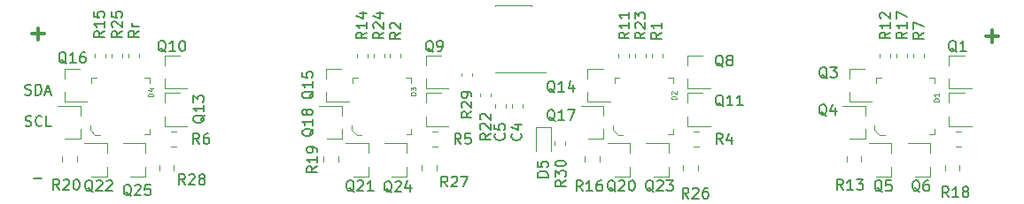
<source format=gbr>
G04 #@! TF.GenerationSoftware,KiCad,Pcbnew,(5.1.2)-2*
G04 #@! TF.CreationDate,2020-03-05T19:43:02-05:00*
G04 #@! TF.ProjectId,AddressableLED,41646472-6573-4736-9162-6c654c45442e,rev?*
G04 #@! TF.SameCoordinates,Original*
G04 #@! TF.FileFunction,Legend,Top*
G04 #@! TF.FilePolarity,Positive*
%FSLAX46Y46*%
G04 Gerber Fmt 4.6, Leading zero omitted, Abs format (unit mm)*
G04 Created by KiCad (PCBNEW (5.1.2)-2) date 2020-03-05 19:43:02*
%MOMM*%
%LPD*%
G04 APERTURE LIST*
%ADD10C,0.150000*%
%ADD11C,0.300000*%
%ADD12C,0.120000*%
%ADD13C,0.100000*%
G04 APERTURE END LIST*
D10*
X94219047Y-116971428D02*
X94980952Y-116971428D01*
X93385714Y-108904761D02*
X93528571Y-108952380D01*
X93766666Y-108952380D01*
X93861904Y-108904761D01*
X93909523Y-108857142D01*
X93957142Y-108761904D01*
X93957142Y-108666666D01*
X93909523Y-108571428D01*
X93861904Y-108523809D01*
X93766666Y-108476190D01*
X93576190Y-108428571D01*
X93480952Y-108380952D01*
X93433333Y-108333333D01*
X93385714Y-108238095D01*
X93385714Y-108142857D01*
X93433333Y-108047619D01*
X93480952Y-108000000D01*
X93576190Y-107952380D01*
X93814285Y-107952380D01*
X93957142Y-108000000D01*
X94385714Y-108952380D02*
X94385714Y-107952380D01*
X94623809Y-107952380D01*
X94766666Y-108000000D01*
X94861904Y-108095238D01*
X94909523Y-108190476D01*
X94957142Y-108380952D01*
X94957142Y-108523809D01*
X94909523Y-108714285D01*
X94861904Y-108809523D01*
X94766666Y-108904761D01*
X94623809Y-108952380D01*
X94385714Y-108952380D01*
X95338095Y-108666666D02*
X95814285Y-108666666D01*
X95242857Y-108952380D02*
X95576190Y-107952380D01*
X95909523Y-108952380D01*
X93409523Y-111904761D02*
X93552380Y-111952380D01*
X93790476Y-111952380D01*
X93885714Y-111904761D01*
X93933333Y-111857142D01*
X93980952Y-111761904D01*
X93980952Y-111666666D01*
X93933333Y-111571428D01*
X93885714Y-111523809D01*
X93790476Y-111476190D01*
X93600000Y-111428571D01*
X93504761Y-111380952D01*
X93457142Y-111333333D01*
X93409523Y-111238095D01*
X93409523Y-111142857D01*
X93457142Y-111047619D01*
X93504761Y-111000000D01*
X93600000Y-110952380D01*
X93838095Y-110952380D01*
X93980952Y-111000000D01*
X94980952Y-111857142D02*
X94933333Y-111904761D01*
X94790476Y-111952380D01*
X94695238Y-111952380D01*
X94552380Y-111904761D01*
X94457142Y-111809523D01*
X94409523Y-111714285D01*
X94361904Y-111523809D01*
X94361904Y-111380952D01*
X94409523Y-111190476D01*
X94457142Y-111095238D01*
X94552380Y-111000000D01*
X94695238Y-110952380D01*
X94790476Y-110952380D01*
X94933333Y-111000000D01*
X94980952Y-111047619D01*
X95885714Y-111952380D02*
X95409523Y-111952380D01*
X95409523Y-110952380D01*
D11*
X185228571Y-103307142D02*
X186371428Y-103307142D01*
X185800000Y-103878571D02*
X185800000Y-102735714D01*
X94028571Y-103107142D02*
X95171428Y-103107142D01*
X94600000Y-103678571D02*
X94600000Y-102535714D01*
D12*
X143990000Y-113387221D02*
X143990000Y-113712779D01*
X145010000Y-113387221D02*
X145010000Y-113712779D01*
X142165000Y-112065000D02*
X142165000Y-114350000D01*
X143635000Y-112065000D02*
X142165000Y-112065000D01*
X143635000Y-114350000D02*
X143635000Y-112065000D01*
X138285000Y-100430000D02*
X138285000Y-100365000D01*
X141815000Y-100430000D02*
X141815000Y-100365000D01*
X138285000Y-106835000D02*
X138285000Y-106770000D01*
X141815000Y-106835000D02*
X141815000Y-106770000D01*
X143140000Y-106770000D02*
X141815000Y-106770000D01*
X141815000Y-100365000D02*
X138285000Y-100365000D01*
X141815000Y-106835000D02*
X138285000Y-106835000D01*
X135090000Y-106837221D02*
X135090000Y-107162779D01*
X136110000Y-106837221D02*
X136110000Y-107162779D01*
X137860000Y-109112779D02*
X137860000Y-108787221D01*
X136840000Y-109112779D02*
X136840000Y-108787221D01*
X175080000Y-112820000D02*
X175520000Y-112820000D01*
X174580000Y-112320000D02*
X174580000Y-111880000D01*
X174580000Y-112320000D02*
X175080000Y-112820000D01*
X180300000Y-112700000D02*
X179800000Y-112700000D01*
X180300000Y-112700000D02*
X180300000Y-112200000D01*
X180290000Y-107290000D02*
X180290000Y-107790000D01*
X180290000Y-107290000D02*
X179790000Y-107290000D01*
X174700000Y-107300000D02*
X175200000Y-107300000D01*
X174700000Y-107300000D02*
X174700000Y-107800000D01*
X150080000Y-112820000D02*
X150520000Y-112820000D01*
X149580000Y-112320000D02*
X149580000Y-111880000D01*
X149580000Y-112320000D02*
X150080000Y-112820000D01*
X155300000Y-112700000D02*
X154800000Y-112700000D01*
X155300000Y-112700000D02*
X155300000Y-112200000D01*
X155290000Y-107290000D02*
X155290000Y-107790000D01*
X155290000Y-107290000D02*
X154790000Y-107290000D01*
X149700000Y-107300000D02*
X150200000Y-107300000D01*
X149700000Y-107300000D02*
X149700000Y-107800000D01*
X125080000Y-112820000D02*
X125520000Y-112820000D01*
X124580000Y-112320000D02*
X124580000Y-111880000D01*
X124580000Y-112320000D02*
X125080000Y-112820000D01*
X130300000Y-112700000D02*
X129800000Y-112700000D01*
X130300000Y-112700000D02*
X130300000Y-112200000D01*
X130290000Y-107290000D02*
X130290000Y-107790000D01*
X130290000Y-107290000D02*
X129790000Y-107290000D01*
X124700000Y-107300000D02*
X125200000Y-107300000D01*
X124700000Y-107300000D02*
X124700000Y-107800000D01*
X100080000Y-112820000D02*
X100520000Y-112820000D01*
X99580000Y-112320000D02*
X99580000Y-111880000D01*
X99580000Y-112320000D02*
X100080000Y-112820000D01*
X105300000Y-112700000D02*
X104800000Y-112700000D01*
X105300000Y-112700000D02*
X105300000Y-112200000D01*
X105290000Y-107290000D02*
X105290000Y-107790000D01*
X105290000Y-107290000D02*
X104790000Y-107290000D01*
X99700000Y-107300000D02*
X100200000Y-107300000D01*
X99700000Y-107300000D02*
X99700000Y-107800000D01*
X138340000Y-109837221D02*
X138340000Y-110162779D01*
X139360000Y-109837221D02*
X139360000Y-110162779D01*
X139940000Y-109837221D02*
X139940000Y-110162779D01*
X140960000Y-109837221D02*
X140960000Y-110162779D01*
X172140000Y-106420000D02*
X173600000Y-106420000D01*
X172140000Y-109580000D02*
X174300000Y-109580000D01*
X172140000Y-109580000D02*
X172140000Y-108650000D01*
X172140000Y-106420000D02*
X172140000Y-107350000D01*
X182710000Y-116158578D02*
X182710000Y-115641422D01*
X181290000Y-116158578D02*
X181290000Y-115641422D01*
X176679100Y-105037221D02*
X176679100Y-105362779D01*
X177699100Y-105037221D02*
X177699100Y-105362779D01*
X171890000Y-114841422D02*
X171890000Y-115358578D01*
X173310000Y-114841422D02*
X173310000Y-115358578D01*
X175066200Y-105037221D02*
X175066200Y-105362779D01*
X176086200Y-105037221D02*
X176086200Y-105362779D01*
X182817178Y-112490000D02*
X182300022Y-112490000D01*
X182817178Y-113910000D02*
X182300022Y-113910000D01*
X178253900Y-105037221D02*
X178253900Y-105362779D01*
X179273900Y-105037221D02*
X179273900Y-105362779D01*
X179882800Y-116764500D02*
X178422800Y-116764500D01*
X179882800Y-113604500D02*
X177722800Y-113604500D01*
X179882800Y-113604500D02*
X179882800Y-114534500D01*
X179882800Y-116764500D02*
X179882800Y-115834500D01*
X176187100Y-116764500D02*
X174727100Y-116764500D01*
X176187100Y-113604500D02*
X174027100Y-113604500D01*
X176187100Y-113604500D02*
X176187100Y-114534500D01*
X176187100Y-116764500D02*
X176187100Y-115834500D01*
X173660000Y-113180000D02*
X172200000Y-113180000D01*
X173660000Y-110020000D02*
X171500000Y-110020000D01*
X173660000Y-110020000D02*
X173660000Y-110950000D01*
X173660000Y-113180000D02*
X173660000Y-112250000D01*
X181688600Y-108772000D02*
X183148600Y-108772000D01*
X181688600Y-111932000D02*
X183848600Y-111932000D01*
X181688600Y-111932000D02*
X181688600Y-111002000D01*
X181688600Y-108772000D02*
X181688600Y-109702000D01*
X181688600Y-105190600D02*
X183148600Y-105190600D01*
X181688600Y-108350600D02*
X183848600Y-108350600D01*
X181688600Y-108350600D02*
X181688600Y-107420600D01*
X181688600Y-105190600D02*
X181688600Y-106120600D01*
X107610000Y-116158578D02*
X107610000Y-115641422D01*
X106190000Y-116158578D02*
X106190000Y-115641422D01*
X132710000Y-116158578D02*
X132710000Y-115641422D01*
X131290000Y-116158578D02*
X131290000Y-115641422D01*
X157710000Y-116158578D02*
X157710000Y-115641422D01*
X156290000Y-116158578D02*
X156290000Y-115641422D01*
X101679100Y-105044021D02*
X101679100Y-105369579D01*
X102699100Y-105044021D02*
X102699100Y-105369579D01*
X126679100Y-105044021D02*
X126679100Y-105369579D01*
X127699100Y-105044021D02*
X127699100Y-105369579D01*
X151679100Y-105037221D02*
X151679100Y-105362779D01*
X152699100Y-105037221D02*
X152699100Y-105362779D01*
X96890000Y-114841422D02*
X96890000Y-115358578D01*
X98310000Y-114841422D02*
X98310000Y-115358578D01*
X121890000Y-114841422D02*
X121890000Y-115358578D01*
X123310000Y-114841422D02*
X123310000Y-115358578D01*
X146890000Y-114841422D02*
X146890000Y-115358578D01*
X148310000Y-114841422D02*
X148310000Y-115358578D01*
X100066200Y-105044021D02*
X100066200Y-105369579D01*
X101086200Y-105044021D02*
X101086200Y-105369579D01*
X125066200Y-105044021D02*
X125066200Y-105369579D01*
X126086200Y-105044021D02*
X126086200Y-105369579D01*
X150066200Y-105037221D02*
X150066200Y-105362779D01*
X151086200Y-105037221D02*
X151086200Y-105362779D01*
X107817178Y-112490000D02*
X107300022Y-112490000D01*
X107817178Y-113910000D02*
X107300022Y-113910000D01*
X132817178Y-112490000D02*
X132300022Y-112490000D01*
X132817178Y-113910000D02*
X132300022Y-113910000D01*
X157817178Y-112490000D02*
X157300022Y-112490000D01*
X157817178Y-113910000D02*
X157300022Y-113910000D01*
X103253900Y-105044021D02*
X103253900Y-105369579D01*
X104273900Y-105044021D02*
X104273900Y-105369579D01*
X128253900Y-105037221D02*
X128253900Y-105362779D01*
X129273900Y-105037221D02*
X129273900Y-105362779D01*
X153253900Y-105037221D02*
X153253900Y-105362779D01*
X154273900Y-105037221D02*
X154273900Y-105362779D01*
X104882800Y-116764500D02*
X103422800Y-116764500D01*
X104882800Y-113604500D02*
X102722800Y-113604500D01*
X104882800Y-113604500D02*
X104882800Y-114534500D01*
X104882800Y-116764500D02*
X104882800Y-115834500D01*
X129882800Y-116764500D02*
X128422800Y-116764500D01*
X129882800Y-113604500D02*
X127722800Y-113604500D01*
X129882800Y-113604500D02*
X129882800Y-114534500D01*
X129882800Y-116764500D02*
X129882800Y-115834500D01*
X154882800Y-116764500D02*
X153422800Y-116764500D01*
X154882800Y-113604500D02*
X152722800Y-113604500D01*
X154882800Y-113604500D02*
X154882800Y-114534500D01*
X154882800Y-116764500D02*
X154882800Y-115834500D01*
X101187100Y-116764500D02*
X99727100Y-116764500D01*
X101187100Y-113604500D02*
X99027100Y-113604500D01*
X101187100Y-113604500D02*
X101187100Y-114534500D01*
X101187100Y-116764500D02*
X101187100Y-115834500D01*
X126187100Y-116764500D02*
X124727100Y-116764500D01*
X126187100Y-113604500D02*
X124027100Y-113604500D01*
X126187100Y-113604500D02*
X126187100Y-114534500D01*
X126187100Y-116764500D02*
X126187100Y-115834500D01*
X151187100Y-116764500D02*
X149727100Y-116764500D01*
X151187100Y-113604500D02*
X149027100Y-113604500D01*
X151187100Y-113604500D02*
X151187100Y-114534500D01*
X151187100Y-116764500D02*
X151187100Y-115834500D01*
X98660000Y-113180000D02*
X97200000Y-113180000D01*
X98660000Y-110020000D02*
X96500000Y-110020000D01*
X98660000Y-110020000D02*
X98660000Y-110950000D01*
X98660000Y-113180000D02*
X98660000Y-112250000D01*
X123660000Y-113180000D02*
X122200000Y-113180000D01*
X123660000Y-110020000D02*
X121500000Y-110020000D01*
X123660000Y-110020000D02*
X123660000Y-110950000D01*
X123660000Y-113180000D02*
X123660000Y-112250000D01*
X148660000Y-113180000D02*
X147200000Y-113180000D01*
X148660000Y-110020000D02*
X146500000Y-110020000D01*
X148660000Y-110020000D02*
X148660000Y-110950000D01*
X148660000Y-113180000D02*
X148660000Y-112250000D01*
X97140000Y-106420000D02*
X98600000Y-106420000D01*
X97140000Y-109580000D02*
X99300000Y-109580000D01*
X97140000Y-109580000D02*
X97140000Y-108650000D01*
X97140000Y-106420000D02*
X97140000Y-107350000D01*
X122140000Y-106420000D02*
X123600000Y-106420000D01*
X122140000Y-109580000D02*
X124300000Y-109580000D01*
X122140000Y-109580000D02*
X122140000Y-108650000D01*
X122140000Y-106420000D02*
X122140000Y-107350000D01*
X147140000Y-106420000D02*
X148600000Y-106420000D01*
X147140000Y-109580000D02*
X149300000Y-109580000D01*
X147140000Y-109580000D02*
X147140000Y-108650000D01*
X147140000Y-106420000D02*
X147140000Y-107350000D01*
X106688600Y-108772000D02*
X108148600Y-108772000D01*
X106688600Y-111932000D02*
X108848600Y-111932000D01*
X106688600Y-111932000D02*
X106688600Y-111002000D01*
X106688600Y-108772000D02*
X106688600Y-109702000D01*
X131688600Y-108772000D02*
X133148600Y-108772000D01*
X131688600Y-111932000D02*
X133848600Y-111932000D01*
X131688600Y-111932000D02*
X131688600Y-111002000D01*
X131688600Y-108772000D02*
X131688600Y-109702000D01*
X156688600Y-108772000D02*
X158148600Y-108772000D01*
X156688600Y-111932000D02*
X158848600Y-111932000D01*
X156688600Y-111932000D02*
X156688600Y-111002000D01*
X156688600Y-108772000D02*
X156688600Y-109702000D01*
X106688600Y-105190600D02*
X108148600Y-105190600D01*
X106688600Y-108350600D02*
X108848600Y-108350600D01*
X106688600Y-108350600D02*
X106688600Y-107420600D01*
X106688600Y-105190600D02*
X106688600Y-106120600D01*
X131688600Y-105190600D02*
X133148600Y-105190600D01*
X131688600Y-108350600D02*
X133848600Y-108350600D01*
X131688600Y-108350600D02*
X131688600Y-107420600D01*
X131688600Y-105190600D02*
X131688600Y-106120600D01*
X156688600Y-105190600D02*
X158148600Y-105190600D01*
X156688600Y-108350600D02*
X158848600Y-108350600D01*
X156688600Y-108350600D02*
X156688600Y-107420600D01*
X156688600Y-105190600D02*
X156688600Y-106120600D01*
D10*
X145052380Y-117142857D02*
X144576190Y-117476190D01*
X145052380Y-117714285D02*
X144052380Y-117714285D01*
X144052380Y-117333333D01*
X144100000Y-117238095D01*
X144147619Y-117190476D01*
X144242857Y-117142857D01*
X144385714Y-117142857D01*
X144480952Y-117190476D01*
X144528571Y-117238095D01*
X144576190Y-117333333D01*
X144576190Y-117714285D01*
X144052380Y-116809523D02*
X144052380Y-116190476D01*
X144433333Y-116523809D01*
X144433333Y-116380952D01*
X144480952Y-116285714D01*
X144528571Y-116238095D01*
X144623809Y-116190476D01*
X144861904Y-116190476D01*
X144957142Y-116238095D01*
X145004761Y-116285714D01*
X145052380Y-116380952D01*
X145052380Y-116666666D01*
X145004761Y-116761904D01*
X144957142Y-116809523D01*
X144052380Y-115571428D02*
X144052380Y-115476190D01*
X144100000Y-115380952D01*
X144147619Y-115333333D01*
X144242857Y-115285714D01*
X144433333Y-115238095D01*
X144671428Y-115238095D01*
X144861904Y-115285714D01*
X144957142Y-115333333D01*
X145004761Y-115380952D01*
X145052380Y-115476190D01*
X145052380Y-115571428D01*
X145004761Y-115666666D01*
X144957142Y-115714285D01*
X144861904Y-115761904D01*
X144671428Y-115809523D01*
X144433333Y-115809523D01*
X144242857Y-115761904D01*
X144147619Y-115714285D01*
X144100000Y-115666666D01*
X144052380Y-115571428D01*
X143352380Y-116838095D02*
X142352380Y-116838095D01*
X142352380Y-116600000D01*
X142400000Y-116457142D01*
X142495238Y-116361904D01*
X142590476Y-116314285D01*
X142780952Y-116266666D01*
X142923809Y-116266666D01*
X143114285Y-116314285D01*
X143209523Y-116361904D01*
X143304761Y-116457142D01*
X143352380Y-116600000D01*
X143352380Y-116838095D01*
X142352380Y-115361904D02*
X142352380Y-115838095D01*
X142828571Y-115885714D01*
X142780952Y-115838095D01*
X142733333Y-115742857D01*
X142733333Y-115504761D01*
X142780952Y-115409523D01*
X142828571Y-115361904D01*
X142923809Y-115314285D01*
X143161904Y-115314285D01*
X143257142Y-115361904D01*
X143304761Y-115409523D01*
X143352380Y-115504761D01*
X143352380Y-115742857D01*
X143304761Y-115838095D01*
X143257142Y-115885714D01*
X136052380Y-110542857D02*
X135576190Y-110876190D01*
X136052380Y-111114285D02*
X135052380Y-111114285D01*
X135052380Y-110733333D01*
X135100000Y-110638095D01*
X135147619Y-110590476D01*
X135242857Y-110542857D01*
X135385714Y-110542857D01*
X135480952Y-110590476D01*
X135528571Y-110638095D01*
X135576190Y-110733333D01*
X135576190Y-111114285D01*
X135147619Y-110161904D02*
X135100000Y-110114285D01*
X135052380Y-110019047D01*
X135052380Y-109780952D01*
X135100000Y-109685714D01*
X135147619Y-109638095D01*
X135242857Y-109590476D01*
X135338095Y-109590476D01*
X135480952Y-109638095D01*
X136052380Y-110209523D01*
X136052380Y-109590476D01*
X136052380Y-109114285D02*
X136052380Y-108923809D01*
X136004761Y-108828571D01*
X135957142Y-108780952D01*
X135814285Y-108685714D01*
X135623809Y-108638095D01*
X135242857Y-108638095D01*
X135147619Y-108685714D01*
X135100000Y-108733333D01*
X135052380Y-108828571D01*
X135052380Y-109019047D01*
X135100000Y-109114285D01*
X135147619Y-109161904D01*
X135242857Y-109209523D01*
X135480952Y-109209523D01*
X135576190Y-109161904D01*
X135623809Y-109114285D01*
X135671428Y-109019047D01*
X135671428Y-108828571D01*
X135623809Y-108733333D01*
X135576190Y-108685714D01*
X135480952Y-108638095D01*
X137852380Y-112642857D02*
X137376190Y-112976190D01*
X137852380Y-113214285D02*
X136852380Y-113214285D01*
X136852380Y-112833333D01*
X136900000Y-112738095D01*
X136947619Y-112690476D01*
X137042857Y-112642857D01*
X137185714Y-112642857D01*
X137280952Y-112690476D01*
X137328571Y-112738095D01*
X137376190Y-112833333D01*
X137376190Y-113214285D01*
X136947619Y-112261904D02*
X136900000Y-112214285D01*
X136852380Y-112119047D01*
X136852380Y-111880952D01*
X136900000Y-111785714D01*
X136947619Y-111738095D01*
X137042857Y-111690476D01*
X137138095Y-111690476D01*
X137280952Y-111738095D01*
X137852380Y-112309523D01*
X137852380Y-111690476D01*
X136947619Y-111309523D02*
X136900000Y-111261904D01*
X136852380Y-111166666D01*
X136852380Y-110928571D01*
X136900000Y-110833333D01*
X136947619Y-110785714D01*
X137042857Y-110738095D01*
X137138095Y-110738095D01*
X137280952Y-110785714D01*
X137852380Y-111357142D01*
X137852380Y-110738095D01*
D13*
X180726190Y-109569047D02*
X180226190Y-109569047D01*
X180226190Y-109450000D01*
X180250000Y-109378571D01*
X180297619Y-109330952D01*
X180345238Y-109307142D01*
X180440476Y-109283333D01*
X180511904Y-109283333D01*
X180607142Y-109307142D01*
X180654761Y-109330952D01*
X180702380Y-109378571D01*
X180726190Y-109450000D01*
X180726190Y-109569047D01*
X180726190Y-108807142D02*
X180726190Y-109092857D01*
X180726190Y-108950000D02*
X180226190Y-108950000D01*
X180297619Y-108997619D01*
X180345238Y-109045238D01*
X180369047Y-109092857D01*
X155626190Y-109369047D02*
X155126190Y-109369047D01*
X155126190Y-109250000D01*
X155150000Y-109178571D01*
X155197619Y-109130952D01*
X155245238Y-109107142D01*
X155340476Y-109083333D01*
X155411904Y-109083333D01*
X155507142Y-109107142D01*
X155554761Y-109130952D01*
X155602380Y-109178571D01*
X155626190Y-109250000D01*
X155626190Y-109369047D01*
X155173809Y-108892857D02*
X155150000Y-108869047D01*
X155126190Y-108821428D01*
X155126190Y-108702380D01*
X155150000Y-108654761D01*
X155173809Y-108630952D01*
X155221428Y-108607142D01*
X155269047Y-108607142D01*
X155340476Y-108630952D01*
X155626190Y-108916666D01*
X155626190Y-108607142D01*
X130726190Y-108969047D02*
X130226190Y-108969047D01*
X130226190Y-108850000D01*
X130250000Y-108778571D01*
X130297619Y-108730952D01*
X130345238Y-108707142D01*
X130440476Y-108683333D01*
X130511904Y-108683333D01*
X130607142Y-108707142D01*
X130654761Y-108730952D01*
X130702380Y-108778571D01*
X130726190Y-108850000D01*
X130726190Y-108969047D01*
X130226190Y-108516666D02*
X130226190Y-108207142D01*
X130416666Y-108373809D01*
X130416666Y-108302380D01*
X130440476Y-108254761D01*
X130464285Y-108230952D01*
X130511904Y-108207142D01*
X130630952Y-108207142D01*
X130678571Y-108230952D01*
X130702380Y-108254761D01*
X130726190Y-108302380D01*
X130726190Y-108445238D01*
X130702380Y-108492857D01*
X130678571Y-108516666D01*
X105626190Y-109069047D02*
X105126190Y-109069047D01*
X105126190Y-108950000D01*
X105150000Y-108878571D01*
X105197619Y-108830952D01*
X105245238Y-108807142D01*
X105340476Y-108783333D01*
X105411904Y-108783333D01*
X105507142Y-108807142D01*
X105554761Y-108830952D01*
X105602380Y-108878571D01*
X105626190Y-108950000D01*
X105626190Y-109069047D01*
X105292857Y-108354761D02*
X105626190Y-108354761D01*
X105102380Y-108473809D02*
X105459523Y-108592857D01*
X105459523Y-108283333D01*
D10*
X139157142Y-112666666D02*
X139204761Y-112714285D01*
X139252380Y-112857142D01*
X139252380Y-112952380D01*
X139204761Y-113095238D01*
X139109523Y-113190476D01*
X139014285Y-113238095D01*
X138823809Y-113285714D01*
X138680952Y-113285714D01*
X138490476Y-113238095D01*
X138395238Y-113190476D01*
X138300000Y-113095238D01*
X138252380Y-112952380D01*
X138252380Y-112857142D01*
X138300000Y-112714285D01*
X138347619Y-112666666D01*
X138252380Y-111761904D02*
X138252380Y-112238095D01*
X138728571Y-112285714D01*
X138680952Y-112238095D01*
X138633333Y-112142857D01*
X138633333Y-111904761D01*
X138680952Y-111809523D01*
X138728571Y-111761904D01*
X138823809Y-111714285D01*
X139061904Y-111714285D01*
X139157142Y-111761904D01*
X139204761Y-111809523D01*
X139252380Y-111904761D01*
X139252380Y-112142857D01*
X139204761Y-112238095D01*
X139157142Y-112285714D01*
X140757142Y-112666666D02*
X140804761Y-112714285D01*
X140852380Y-112857142D01*
X140852380Y-112952380D01*
X140804761Y-113095238D01*
X140709523Y-113190476D01*
X140614285Y-113238095D01*
X140423809Y-113285714D01*
X140280952Y-113285714D01*
X140090476Y-113238095D01*
X139995238Y-113190476D01*
X139900000Y-113095238D01*
X139852380Y-112952380D01*
X139852380Y-112857142D01*
X139900000Y-112714285D01*
X139947619Y-112666666D01*
X140185714Y-111809523D02*
X140852380Y-111809523D01*
X139804761Y-112047619D02*
X140519047Y-112285714D01*
X140519047Y-111666666D01*
X170048861Y-107379219D02*
X169953623Y-107331600D01*
X169858385Y-107236361D01*
X169715528Y-107093504D01*
X169620290Y-107045885D01*
X169525052Y-107045885D01*
X169572671Y-107283980D02*
X169477433Y-107236361D01*
X169382195Y-107141123D01*
X169334576Y-106950647D01*
X169334576Y-106617314D01*
X169382195Y-106426838D01*
X169477433Y-106331600D01*
X169572671Y-106283980D01*
X169763147Y-106283980D01*
X169858385Y-106331600D01*
X169953623Y-106426838D01*
X170001242Y-106617314D01*
X170001242Y-106950647D01*
X169953623Y-107141123D01*
X169858385Y-107236361D01*
X169763147Y-107283980D01*
X169572671Y-107283980D01*
X170334576Y-106283980D02*
X170953623Y-106283980D01*
X170620290Y-106664933D01*
X170763147Y-106664933D01*
X170858385Y-106712552D01*
X170906004Y-106760171D01*
X170953623Y-106855409D01*
X170953623Y-107093504D01*
X170906004Y-107188742D01*
X170858385Y-107236361D01*
X170763147Y-107283980D01*
X170477433Y-107283980D01*
X170382195Y-107236361D01*
X170334576Y-107188742D01*
X181657142Y-118752380D02*
X181323809Y-118276190D01*
X181085714Y-118752380D02*
X181085714Y-117752380D01*
X181466666Y-117752380D01*
X181561904Y-117800000D01*
X181609523Y-117847619D01*
X181657142Y-117942857D01*
X181657142Y-118085714D01*
X181609523Y-118180952D01*
X181561904Y-118228571D01*
X181466666Y-118276190D01*
X181085714Y-118276190D01*
X182609523Y-118752380D02*
X182038095Y-118752380D01*
X182323809Y-118752380D02*
X182323809Y-117752380D01*
X182228571Y-117895238D01*
X182133333Y-117990476D01*
X182038095Y-118038095D01*
X183180952Y-118180952D02*
X183085714Y-118133333D01*
X183038095Y-118085714D01*
X182990476Y-117990476D01*
X182990476Y-117942857D01*
X183038095Y-117847619D01*
X183085714Y-117800000D01*
X183180952Y-117752380D01*
X183371428Y-117752380D01*
X183466666Y-117800000D01*
X183514285Y-117847619D01*
X183561904Y-117942857D01*
X183561904Y-117990476D01*
X183514285Y-118085714D01*
X183466666Y-118133333D01*
X183371428Y-118180952D01*
X183180952Y-118180952D01*
X183085714Y-118228571D01*
X183038095Y-118276190D01*
X182990476Y-118371428D01*
X182990476Y-118561904D01*
X183038095Y-118657142D01*
X183085714Y-118704761D01*
X183180952Y-118752380D01*
X183371428Y-118752380D01*
X183466666Y-118704761D01*
X183514285Y-118657142D01*
X183561904Y-118561904D01*
X183561904Y-118371428D01*
X183514285Y-118276190D01*
X183466666Y-118228571D01*
X183371428Y-118180952D01*
X177652380Y-102942857D02*
X177176190Y-103276190D01*
X177652380Y-103514285D02*
X176652380Y-103514285D01*
X176652380Y-103133333D01*
X176700000Y-103038095D01*
X176747619Y-102990476D01*
X176842857Y-102942857D01*
X176985714Y-102942857D01*
X177080952Y-102990476D01*
X177128571Y-103038095D01*
X177176190Y-103133333D01*
X177176190Y-103514285D01*
X177652380Y-101990476D02*
X177652380Y-102561904D01*
X177652380Y-102276190D02*
X176652380Y-102276190D01*
X176795238Y-102371428D01*
X176890476Y-102466666D01*
X176938095Y-102561904D01*
X176652380Y-101657142D02*
X176652380Y-100990476D01*
X177652380Y-101419047D01*
X171557142Y-118052380D02*
X171223809Y-117576190D01*
X170985714Y-118052380D02*
X170985714Y-117052380D01*
X171366666Y-117052380D01*
X171461904Y-117100000D01*
X171509523Y-117147619D01*
X171557142Y-117242857D01*
X171557142Y-117385714D01*
X171509523Y-117480952D01*
X171461904Y-117528571D01*
X171366666Y-117576190D01*
X170985714Y-117576190D01*
X172509523Y-118052380D02*
X171938095Y-118052380D01*
X172223809Y-118052380D02*
X172223809Y-117052380D01*
X172128571Y-117195238D01*
X172033333Y-117290476D01*
X171938095Y-117338095D01*
X172842857Y-117052380D02*
X173461904Y-117052380D01*
X173128571Y-117433333D01*
X173271428Y-117433333D01*
X173366666Y-117480952D01*
X173414285Y-117528571D01*
X173461904Y-117623809D01*
X173461904Y-117861904D01*
X173414285Y-117957142D01*
X173366666Y-118004761D01*
X173271428Y-118052380D01*
X172985714Y-118052380D01*
X172890476Y-118004761D01*
X172842857Y-117957142D01*
X176052380Y-102942857D02*
X175576190Y-103276190D01*
X176052380Y-103514285D02*
X175052380Y-103514285D01*
X175052380Y-103133333D01*
X175100000Y-103038095D01*
X175147619Y-102990476D01*
X175242857Y-102942857D01*
X175385714Y-102942857D01*
X175480952Y-102990476D01*
X175528571Y-103038095D01*
X175576190Y-103133333D01*
X175576190Y-103514285D01*
X176052380Y-101990476D02*
X176052380Y-102561904D01*
X176052380Y-102276190D02*
X175052380Y-102276190D01*
X175195238Y-102371428D01*
X175290476Y-102466666D01*
X175338095Y-102561904D01*
X175147619Y-101609523D02*
X175100000Y-101561904D01*
X175052380Y-101466666D01*
X175052380Y-101228571D01*
X175100000Y-101133333D01*
X175147619Y-101085714D01*
X175242857Y-101038095D01*
X175338095Y-101038095D01*
X175480952Y-101085714D01*
X176052380Y-101657142D01*
X176052380Y-101038095D01*
X179252380Y-102966666D02*
X178776190Y-103300000D01*
X179252380Y-103538095D02*
X178252380Y-103538095D01*
X178252380Y-103157142D01*
X178300000Y-103061904D01*
X178347619Y-103014285D01*
X178442857Y-102966666D01*
X178585714Y-102966666D01*
X178680952Y-103014285D01*
X178728571Y-103061904D01*
X178776190Y-103157142D01*
X178776190Y-103538095D01*
X178252380Y-102633333D02*
X178252380Y-101966666D01*
X179252380Y-102395238D01*
X178904761Y-118247619D02*
X178809523Y-118200000D01*
X178714285Y-118104761D01*
X178571428Y-117961904D01*
X178476190Y-117914285D01*
X178380952Y-117914285D01*
X178428571Y-118152380D02*
X178333333Y-118104761D01*
X178238095Y-118009523D01*
X178190476Y-117819047D01*
X178190476Y-117485714D01*
X178238095Y-117295238D01*
X178333333Y-117200000D01*
X178428571Y-117152380D01*
X178619047Y-117152380D01*
X178714285Y-117200000D01*
X178809523Y-117295238D01*
X178857142Y-117485714D01*
X178857142Y-117819047D01*
X178809523Y-118009523D01*
X178714285Y-118104761D01*
X178619047Y-118152380D01*
X178428571Y-118152380D01*
X179714285Y-117152380D02*
X179523809Y-117152380D01*
X179428571Y-117200000D01*
X179380952Y-117247619D01*
X179285714Y-117390476D01*
X179238095Y-117580952D01*
X179238095Y-117961904D01*
X179285714Y-118057142D01*
X179333333Y-118104761D01*
X179428571Y-118152380D01*
X179619047Y-118152380D01*
X179714285Y-118104761D01*
X179761904Y-118057142D01*
X179809523Y-117961904D01*
X179809523Y-117723809D01*
X179761904Y-117628571D01*
X179714285Y-117580952D01*
X179619047Y-117533333D01*
X179428571Y-117533333D01*
X179333333Y-117580952D01*
X179285714Y-117628571D01*
X179238095Y-117723809D01*
X175304761Y-118247619D02*
X175209523Y-118200000D01*
X175114285Y-118104761D01*
X174971428Y-117961904D01*
X174876190Y-117914285D01*
X174780952Y-117914285D01*
X174828571Y-118152380D02*
X174733333Y-118104761D01*
X174638095Y-118009523D01*
X174590476Y-117819047D01*
X174590476Y-117485714D01*
X174638095Y-117295238D01*
X174733333Y-117200000D01*
X174828571Y-117152380D01*
X175019047Y-117152380D01*
X175114285Y-117200000D01*
X175209523Y-117295238D01*
X175257142Y-117485714D01*
X175257142Y-117819047D01*
X175209523Y-118009523D01*
X175114285Y-118104761D01*
X175019047Y-118152380D01*
X174828571Y-118152380D01*
X176161904Y-117152380D02*
X175685714Y-117152380D01*
X175638095Y-117628571D01*
X175685714Y-117580952D01*
X175780952Y-117533333D01*
X176019047Y-117533333D01*
X176114285Y-117580952D01*
X176161904Y-117628571D01*
X176209523Y-117723809D01*
X176209523Y-117961904D01*
X176161904Y-118057142D01*
X176114285Y-118104761D01*
X176019047Y-118152380D01*
X175780952Y-118152380D01*
X175685714Y-118104761D01*
X175638095Y-118057142D01*
X170004761Y-110947619D02*
X169909523Y-110900000D01*
X169814285Y-110804761D01*
X169671428Y-110661904D01*
X169576190Y-110614285D01*
X169480952Y-110614285D01*
X169528571Y-110852380D02*
X169433333Y-110804761D01*
X169338095Y-110709523D01*
X169290476Y-110519047D01*
X169290476Y-110185714D01*
X169338095Y-109995238D01*
X169433333Y-109900000D01*
X169528571Y-109852380D01*
X169719047Y-109852380D01*
X169814285Y-109900000D01*
X169909523Y-109995238D01*
X169957142Y-110185714D01*
X169957142Y-110519047D01*
X169909523Y-110709523D01*
X169814285Y-110804761D01*
X169719047Y-110852380D01*
X169528571Y-110852380D01*
X170814285Y-110185714D02*
X170814285Y-110852380D01*
X170576190Y-109804761D02*
X170338095Y-110519047D01*
X170957142Y-110519047D01*
X182404761Y-104847619D02*
X182309523Y-104800000D01*
X182214285Y-104704761D01*
X182071428Y-104561904D01*
X181976190Y-104514285D01*
X181880952Y-104514285D01*
X181928571Y-104752380D02*
X181833333Y-104704761D01*
X181738095Y-104609523D01*
X181690476Y-104419047D01*
X181690476Y-104085714D01*
X181738095Y-103895238D01*
X181833333Y-103800000D01*
X181928571Y-103752380D01*
X182119047Y-103752380D01*
X182214285Y-103800000D01*
X182309523Y-103895238D01*
X182357142Y-104085714D01*
X182357142Y-104419047D01*
X182309523Y-104609523D01*
X182214285Y-104704761D01*
X182119047Y-104752380D01*
X181928571Y-104752380D01*
X183309523Y-104752380D02*
X182738095Y-104752380D01*
X183023809Y-104752380D02*
X183023809Y-103752380D01*
X182928571Y-103895238D01*
X182833333Y-103990476D01*
X182738095Y-104038095D01*
X108657142Y-117552380D02*
X108323809Y-117076190D01*
X108085714Y-117552380D02*
X108085714Y-116552380D01*
X108466666Y-116552380D01*
X108561904Y-116600000D01*
X108609523Y-116647619D01*
X108657142Y-116742857D01*
X108657142Y-116885714D01*
X108609523Y-116980952D01*
X108561904Y-117028571D01*
X108466666Y-117076190D01*
X108085714Y-117076190D01*
X109038095Y-116647619D02*
X109085714Y-116600000D01*
X109180952Y-116552380D01*
X109419047Y-116552380D01*
X109514285Y-116600000D01*
X109561904Y-116647619D01*
X109609523Y-116742857D01*
X109609523Y-116838095D01*
X109561904Y-116980952D01*
X108990476Y-117552380D01*
X109609523Y-117552380D01*
X110180952Y-116980952D02*
X110085714Y-116933333D01*
X110038095Y-116885714D01*
X109990476Y-116790476D01*
X109990476Y-116742857D01*
X110038095Y-116647619D01*
X110085714Y-116600000D01*
X110180952Y-116552380D01*
X110371428Y-116552380D01*
X110466666Y-116600000D01*
X110514285Y-116647619D01*
X110561904Y-116742857D01*
X110561904Y-116790476D01*
X110514285Y-116885714D01*
X110466666Y-116933333D01*
X110371428Y-116980952D01*
X110180952Y-116980952D01*
X110085714Y-117028571D01*
X110038095Y-117076190D01*
X109990476Y-117171428D01*
X109990476Y-117361904D01*
X110038095Y-117457142D01*
X110085714Y-117504761D01*
X110180952Y-117552380D01*
X110371428Y-117552380D01*
X110466666Y-117504761D01*
X110514285Y-117457142D01*
X110561904Y-117361904D01*
X110561904Y-117171428D01*
X110514285Y-117076190D01*
X110466666Y-117028571D01*
X110371428Y-116980952D01*
X133757142Y-117752380D02*
X133423809Y-117276190D01*
X133185714Y-117752380D02*
X133185714Y-116752380D01*
X133566666Y-116752380D01*
X133661904Y-116800000D01*
X133709523Y-116847619D01*
X133757142Y-116942857D01*
X133757142Y-117085714D01*
X133709523Y-117180952D01*
X133661904Y-117228571D01*
X133566666Y-117276190D01*
X133185714Y-117276190D01*
X134138095Y-116847619D02*
X134185714Y-116800000D01*
X134280952Y-116752380D01*
X134519047Y-116752380D01*
X134614285Y-116800000D01*
X134661904Y-116847619D01*
X134709523Y-116942857D01*
X134709523Y-117038095D01*
X134661904Y-117180952D01*
X134090476Y-117752380D01*
X134709523Y-117752380D01*
X135042857Y-116752380D02*
X135709523Y-116752380D01*
X135280952Y-117752380D01*
X156801642Y-118866980D02*
X156468309Y-118390790D01*
X156230214Y-118866980D02*
X156230214Y-117866980D01*
X156611166Y-117866980D01*
X156706404Y-117914600D01*
X156754023Y-117962219D01*
X156801642Y-118057457D01*
X156801642Y-118200314D01*
X156754023Y-118295552D01*
X156706404Y-118343171D01*
X156611166Y-118390790D01*
X156230214Y-118390790D01*
X157182595Y-117962219D02*
X157230214Y-117914600D01*
X157325452Y-117866980D01*
X157563547Y-117866980D01*
X157658785Y-117914600D01*
X157706404Y-117962219D01*
X157754023Y-118057457D01*
X157754023Y-118152695D01*
X157706404Y-118295552D01*
X157134976Y-118866980D01*
X157754023Y-118866980D01*
X158611166Y-117866980D02*
X158420690Y-117866980D01*
X158325452Y-117914600D01*
X158277833Y-117962219D01*
X158182595Y-118105076D01*
X158134976Y-118295552D01*
X158134976Y-118676504D01*
X158182595Y-118771742D01*
X158230214Y-118819361D01*
X158325452Y-118866980D01*
X158515928Y-118866980D01*
X158611166Y-118819361D01*
X158658785Y-118771742D01*
X158706404Y-118676504D01*
X158706404Y-118438409D01*
X158658785Y-118343171D01*
X158611166Y-118295552D01*
X158515928Y-118247933D01*
X158325452Y-118247933D01*
X158230214Y-118295552D01*
X158182595Y-118343171D01*
X158134976Y-118438409D01*
X102652380Y-102842857D02*
X102176190Y-103176190D01*
X102652380Y-103414285D02*
X101652380Y-103414285D01*
X101652380Y-103033333D01*
X101700000Y-102938095D01*
X101747619Y-102890476D01*
X101842857Y-102842857D01*
X101985714Y-102842857D01*
X102080952Y-102890476D01*
X102128571Y-102938095D01*
X102176190Y-103033333D01*
X102176190Y-103414285D01*
X101747619Y-102461904D02*
X101700000Y-102414285D01*
X101652380Y-102319047D01*
X101652380Y-102080952D01*
X101700000Y-101985714D01*
X101747619Y-101938095D01*
X101842857Y-101890476D01*
X101938095Y-101890476D01*
X102080952Y-101938095D01*
X102652380Y-102509523D01*
X102652380Y-101890476D01*
X101652380Y-100985714D02*
X101652380Y-101461904D01*
X102128571Y-101509523D01*
X102080952Y-101461904D01*
X102033333Y-101366666D01*
X102033333Y-101128571D01*
X102080952Y-101033333D01*
X102128571Y-100985714D01*
X102223809Y-100938095D01*
X102461904Y-100938095D01*
X102557142Y-100985714D01*
X102604761Y-101033333D01*
X102652380Y-101128571D01*
X102652380Y-101366666D01*
X102604761Y-101461904D01*
X102557142Y-101509523D01*
X127652380Y-102942857D02*
X127176190Y-103276190D01*
X127652380Y-103514285D02*
X126652380Y-103514285D01*
X126652380Y-103133333D01*
X126700000Y-103038095D01*
X126747619Y-102990476D01*
X126842857Y-102942857D01*
X126985714Y-102942857D01*
X127080952Y-102990476D01*
X127128571Y-103038095D01*
X127176190Y-103133333D01*
X127176190Y-103514285D01*
X126747619Y-102561904D02*
X126700000Y-102514285D01*
X126652380Y-102419047D01*
X126652380Y-102180952D01*
X126700000Y-102085714D01*
X126747619Y-102038095D01*
X126842857Y-101990476D01*
X126938095Y-101990476D01*
X127080952Y-102038095D01*
X127652380Y-102609523D01*
X127652380Y-101990476D01*
X126985714Y-101133333D02*
X127652380Y-101133333D01*
X126604761Y-101371428D02*
X127319047Y-101609523D01*
X127319047Y-100990476D01*
X152652380Y-102942857D02*
X152176190Y-103276190D01*
X152652380Y-103514285D02*
X151652380Y-103514285D01*
X151652380Y-103133333D01*
X151700000Y-103038095D01*
X151747619Y-102990476D01*
X151842857Y-102942857D01*
X151985714Y-102942857D01*
X152080952Y-102990476D01*
X152128571Y-103038095D01*
X152176190Y-103133333D01*
X152176190Y-103514285D01*
X151747619Y-102561904D02*
X151700000Y-102514285D01*
X151652380Y-102419047D01*
X151652380Y-102180952D01*
X151700000Y-102085714D01*
X151747619Y-102038095D01*
X151842857Y-101990476D01*
X151938095Y-101990476D01*
X152080952Y-102038095D01*
X152652380Y-102609523D01*
X152652380Y-101990476D01*
X151652380Y-101657142D02*
X151652380Y-101038095D01*
X152033333Y-101371428D01*
X152033333Y-101228571D01*
X152080952Y-101133333D01*
X152128571Y-101085714D01*
X152223809Y-101038095D01*
X152461904Y-101038095D01*
X152557142Y-101085714D01*
X152604761Y-101133333D01*
X152652380Y-101228571D01*
X152652380Y-101514285D01*
X152604761Y-101609523D01*
X152557142Y-101657142D01*
X96657142Y-118052380D02*
X96323809Y-117576190D01*
X96085714Y-118052380D02*
X96085714Y-117052380D01*
X96466666Y-117052380D01*
X96561904Y-117100000D01*
X96609523Y-117147619D01*
X96657142Y-117242857D01*
X96657142Y-117385714D01*
X96609523Y-117480952D01*
X96561904Y-117528571D01*
X96466666Y-117576190D01*
X96085714Y-117576190D01*
X97038095Y-117147619D02*
X97085714Y-117100000D01*
X97180952Y-117052380D01*
X97419047Y-117052380D01*
X97514285Y-117100000D01*
X97561904Y-117147619D01*
X97609523Y-117242857D01*
X97609523Y-117338095D01*
X97561904Y-117480952D01*
X96990476Y-118052380D01*
X97609523Y-118052380D01*
X98228571Y-117052380D02*
X98323809Y-117052380D01*
X98419047Y-117100000D01*
X98466666Y-117147619D01*
X98514285Y-117242857D01*
X98561904Y-117433333D01*
X98561904Y-117671428D01*
X98514285Y-117861904D01*
X98466666Y-117957142D01*
X98419047Y-118004761D01*
X98323809Y-118052380D01*
X98228571Y-118052380D01*
X98133333Y-118004761D01*
X98085714Y-117957142D01*
X98038095Y-117861904D01*
X97990476Y-117671428D01*
X97990476Y-117433333D01*
X98038095Y-117242857D01*
X98085714Y-117147619D01*
X98133333Y-117100000D01*
X98228571Y-117052380D01*
X121287080Y-115806357D02*
X120810890Y-116139690D01*
X121287080Y-116377785D02*
X120287080Y-116377785D01*
X120287080Y-115996833D01*
X120334700Y-115901595D01*
X120382319Y-115853976D01*
X120477557Y-115806357D01*
X120620414Y-115806357D01*
X120715652Y-115853976D01*
X120763271Y-115901595D01*
X120810890Y-115996833D01*
X120810890Y-116377785D01*
X121287080Y-114853976D02*
X121287080Y-115425404D01*
X121287080Y-115139690D02*
X120287080Y-115139690D01*
X120429938Y-115234928D01*
X120525176Y-115330166D01*
X120572795Y-115425404D01*
X121287080Y-114377785D02*
X121287080Y-114187309D01*
X121239461Y-114092071D01*
X121191842Y-114044452D01*
X121048985Y-113949214D01*
X120858509Y-113901595D01*
X120477557Y-113901595D01*
X120382319Y-113949214D01*
X120334700Y-113996833D01*
X120287080Y-114092071D01*
X120287080Y-114282547D01*
X120334700Y-114377785D01*
X120382319Y-114425404D01*
X120477557Y-114473023D01*
X120715652Y-114473023D01*
X120810890Y-114425404D01*
X120858509Y-114377785D01*
X120906128Y-114282547D01*
X120906128Y-114092071D01*
X120858509Y-113996833D01*
X120810890Y-113949214D01*
X120715652Y-113901595D01*
X146657142Y-118152380D02*
X146323809Y-117676190D01*
X146085714Y-118152380D02*
X146085714Y-117152380D01*
X146466666Y-117152380D01*
X146561904Y-117200000D01*
X146609523Y-117247619D01*
X146657142Y-117342857D01*
X146657142Y-117485714D01*
X146609523Y-117580952D01*
X146561904Y-117628571D01*
X146466666Y-117676190D01*
X146085714Y-117676190D01*
X147609523Y-118152380D02*
X147038095Y-118152380D01*
X147323809Y-118152380D02*
X147323809Y-117152380D01*
X147228571Y-117295238D01*
X147133333Y-117390476D01*
X147038095Y-117438095D01*
X148466666Y-117152380D02*
X148276190Y-117152380D01*
X148180952Y-117200000D01*
X148133333Y-117247619D01*
X148038095Y-117390476D01*
X147990476Y-117580952D01*
X147990476Y-117961904D01*
X148038095Y-118057142D01*
X148085714Y-118104761D01*
X148180952Y-118152380D01*
X148371428Y-118152380D01*
X148466666Y-118104761D01*
X148514285Y-118057142D01*
X148561904Y-117961904D01*
X148561904Y-117723809D01*
X148514285Y-117628571D01*
X148466666Y-117580952D01*
X148371428Y-117533333D01*
X148180952Y-117533333D01*
X148085714Y-117580952D01*
X148038095Y-117628571D01*
X147990476Y-117723809D01*
X100952380Y-102842857D02*
X100476190Y-103176190D01*
X100952380Y-103414285D02*
X99952380Y-103414285D01*
X99952380Y-103033333D01*
X100000000Y-102938095D01*
X100047619Y-102890476D01*
X100142857Y-102842857D01*
X100285714Y-102842857D01*
X100380952Y-102890476D01*
X100428571Y-102938095D01*
X100476190Y-103033333D01*
X100476190Y-103414285D01*
X100952380Y-101890476D02*
X100952380Y-102461904D01*
X100952380Y-102176190D02*
X99952380Y-102176190D01*
X100095238Y-102271428D01*
X100190476Y-102366666D01*
X100238095Y-102461904D01*
X99952380Y-100985714D02*
X99952380Y-101461904D01*
X100428571Y-101509523D01*
X100380952Y-101461904D01*
X100333333Y-101366666D01*
X100333333Y-101128571D01*
X100380952Y-101033333D01*
X100428571Y-100985714D01*
X100523809Y-100938095D01*
X100761904Y-100938095D01*
X100857142Y-100985714D01*
X100904761Y-101033333D01*
X100952380Y-101128571D01*
X100952380Y-101366666D01*
X100904761Y-101461904D01*
X100857142Y-101509523D01*
X126028580Y-102942857D02*
X125552390Y-103276190D01*
X126028580Y-103514285D02*
X125028580Y-103514285D01*
X125028580Y-103133333D01*
X125076200Y-103038095D01*
X125123819Y-102990476D01*
X125219057Y-102942857D01*
X125361914Y-102942857D01*
X125457152Y-102990476D01*
X125504771Y-103038095D01*
X125552390Y-103133333D01*
X125552390Y-103514285D01*
X126028580Y-101990476D02*
X126028580Y-102561904D01*
X126028580Y-102276190D02*
X125028580Y-102276190D01*
X125171438Y-102371428D01*
X125266676Y-102466666D01*
X125314295Y-102561904D01*
X125361914Y-101133333D02*
X126028580Y-101133333D01*
X124980961Y-101371428D02*
X125695247Y-101609523D01*
X125695247Y-100990476D01*
X151130180Y-102942857D02*
X150653990Y-103276190D01*
X151130180Y-103514285D02*
X150130180Y-103514285D01*
X150130180Y-103133333D01*
X150177800Y-103038095D01*
X150225419Y-102990476D01*
X150320657Y-102942857D01*
X150463514Y-102942857D01*
X150558752Y-102990476D01*
X150606371Y-103038095D01*
X150653990Y-103133333D01*
X150653990Y-103514285D01*
X151130180Y-101990476D02*
X151130180Y-102561904D01*
X151130180Y-102276190D02*
X150130180Y-102276190D01*
X150273038Y-102371428D01*
X150368276Y-102466666D01*
X150415895Y-102561904D01*
X151130180Y-101038095D02*
X151130180Y-101609523D01*
X151130180Y-101323809D02*
X150130180Y-101323809D01*
X150273038Y-101419047D01*
X150368276Y-101514285D01*
X150415895Y-101609523D01*
X110033333Y-113652380D02*
X109700000Y-113176190D01*
X109461904Y-113652380D02*
X109461904Y-112652380D01*
X109842857Y-112652380D01*
X109938095Y-112700000D01*
X109985714Y-112747619D01*
X110033333Y-112842857D01*
X110033333Y-112985714D01*
X109985714Y-113080952D01*
X109938095Y-113128571D01*
X109842857Y-113176190D01*
X109461904Y-113176190D01*
X110890476Y-112652380D02*
X110700000Y-112652380D01*
X110604761Y-112700000D01*
X110557142Y-112747619D01*
X110461904Y-112890476D01*
X110414285Y-113080952D01*
X110414285Y-113461904D01*
X110461904Y-113557142D01*
X110509523Y-113604761D01*
X110604761Y-113652380D01*
X110795238Y-113652380D01*
X110890476Y-113604761D01*
X110938095Y-113557142D01*
X110985714Y-113461904D01*
X110985714Y-113223809D01*
X110938095Y-113128571D01*
X110890476Y-113080952D01*
X110795238Y-113033333D01*
X110604761Y-113033333D01*
X110509523Y-113080952D01*
X110461904Y-113128571D01*
X110414285Y-113223809D01*
X135033333Y-113652380D02*
X134700000Y-113176190D01*
X134461904Y-113652380D02*
X134461904Y-112652380D01*
X134842857Y-112652380D01*
X134938095Y-112700000D01*
X134985714Y-112747619D01*
X135033333Y-112842857D01*
X135033333Y-112985714D01*
X134985714Y-113080952D01*
X134938095Y-113128571D01*
X134842857Y-113176190D01*
X134461904Y-113176190D01*
X135938095Y-112652380D02*
X135461904Y-112652380D01*
X135414285Y-113128571D01*
X135461904Y-113080952D01*
X135557142Y-113033333D01*
X135795238Y-113033333D01*
X135890476Y-113080952D01*
X135938095Y-113128571D01*
X135985714Y-113223809D01*
X135985714Y-113461904D01*
X135938095Y-113557142D01*
X135890476Y-113604761D01*
X135795238Y-113652380D01*
X135557142Y-113652380D01*
X135461904Y-113604761D01*
X135414285Y-113557142D01*
X160033333Y-113652380D02*
X159700000Y-113176190D01*
X159461904Y-113652380D02*
X159461904Y-112652380D01*
X159842857Y-112652380D01*
X159938095Y-112700000D01*
X159985714Y-112747619D01*
X160033333Y-112842857D01*
X160033333Y-112985714D01*
X159985714Y-113080952D01*
X159938095Y-113128571D01*
X159842857Y-113176190D01*
X159461904Y-113176190D01*
X160890476Y-112985714D02*
X160890476Y-113652380D01*
X160652380Y-112604761D02*
X160414285Y-113319047D01*
X161033333Y-113319047D01*
X104252380Y-102800000D02*
X103776190Y-103133333D01*
X104252380Y-103371428D02*
X103252380Y-103371428D01*
X103252380Y-102990476D01*
X103300000Y-102895238D01*
X103347619Y-102847619D01*
X103442857Y-102800000D01*
X103585714Y-102800000D01*
X103680952Y-102847619D01*
X103728571Y-102895238D01*
X103776190Y-102990476D01*
X103776190Y-103371428D01*
X104252380Y-102371428D02*
X103585714Y-102371428D01*
X103776190Y-102371428D02*
X103680952Y-102323809D01*
X103633333Y-102276190D01*
X103585714Y-102180952D01*
X103585714Y-102085714D01*
X129252380Y-102966666D02*
X128776190Y-103300000D01*
X129252380Y-103538095D02*
X128252380Y-103538095D01*
X128252380Y-103157142D01*
X128300000Y-103061904D01*
X128347619Y-103014285D01*
X128442857Y-102966666D01*
X128585714Y-102966666D01*
X128680952Y-103014285D01*
X128728571Y-103061904D01*
X128776190Y-103157142D01*
X128776190Y-103538095D01*
X128347619Y-102585714D02*
X128300000Y-102538095D01*
X128252380Y-102442857D01*
X128252380Y-102204761D01*
X128300000Y-102109523D01*
X128347619Y-102061904D01*
X128442857Y-102014285D01*
X128538095Y-102014285D01*
X128680952Y-102061904D01*
X129252380Y-102633333D01*
X129252380Y-102014285D01*
X154190880Y-102966666D02*
X153714690Y-103300000D01*
X154190880Y-103538095D02*
X153190880Y-103538095D01*
X153190880Y-103157142D01*
X153238500Y-103061904D01*
X153286119Y-103014285D01*
X153381357Y-102966666D01*
X153524214Y-102966666D01*
X153619452Y-103014285D01*
X153667071Y-103061904D01*
X153714690Y-103157142D01*
X153714690Y-103538095D01*
X154190880Y-102014285D02*
X154190880Y-102585714D01*
X154190880Y-102300000D02*
X153190880Y-102300000D01*
X153333738Y-102395238D01*
X153428976Y-102490476D01*
X153476595Y-102585714D01*
X103528571Y-118647619D02*
X103433333Y-118600000D01*
X103338095Y-118504761D01*
X103195238Y-118361904D01*
X103100000Y-118314285D01*
X103004761Y-118314285D01*
X103052380Y-118552380D02*
X102957142Y-118504761D01*
X102861904Y-118409523D01*
X102814285Y-118219047D01*
X102814285Y-117885714D01*
X102861904Y-117695238D01*
X102957142Y-117600000D01*
X103052380Y-117552380D01*
X103242857Y-117552380D01*
X103338095Y-117600000D01*
X103433333Y-117695238D01*
X103480952Y-117885714D01*
X103480952Y-118219047D01*
X103433333Y-118409523D01*
X103338095Y-118504761D01*
X103242857Y-118552380D01*
X103052380Y-118552380D01*
X103861904Y-117647619D02*
X103909523Y-117600000D01*
X104004761Y-117552380D01*
X104242857Y-117552380D01*
X104338095Y-117600000D01*
X104385714Y-117647619D01*
X104433333Y-117742857D01*
X104433333Y-117838095D01*
X104385714Y-117980952D01*
X103814285Y-118552380D01*
X104433333Y-118552380D01*
X105338095Y-117552380D02*
X104861904Y-117552380D01*
X104814285Y-118028571D01*
X104861904Y-117980952D01*
X104957142Y-117933333D01*
X105195238Y-117933333D01*
X105290476Y-117980952D01*
X105338095Y-118028571D01*
X105385714Y-118123809D01*
X105385714Y-118361904D01*
X105338095Y-118457142D01*
X105290476Y-118504761D01*
X105195238Y-118552380D01*
X104957142Y-118552380D01*
X104861904Y-118504761D01*
X104814285Y-118457142D01*
X128424371Y-118297519D02*
X128329133Y-118249900D01*
X128233895Y-118154661D01*
X128091038Y-118011804D01*
X127995800Y-117964185D01*
X127900561Y-117964185D01*
X127948180Y-118202280D02*
X127852942Y-118154661D01*
X127757704Y-118059423D01*
X127710085Y-117868947D01*
X127710085Y-117535614D01*
X127757704Y-117345138D01*
X127852942Y-117249900D01*
X127948180Y-117202280D01*
X128138657Y-117202280D01*
X128233895Y-117249900D01*
X128329133Y-117345138D01*
X128376752Y-117535614D01*
X128376752Y-117868947D01*
X128329133Y-118059423D01*
X128233895Y-118154661D01*
X128138657Y-118202280D01*
X127948180Y-118202280D01*
X128757704Y-117297519D02*
X128805323Y-117249900D01*
X128900561Y-117202280D01*
X129138657Y-117202280D01*
X129233895Y-117249900D01*
X129281514Y-117297519D01*
X129329133Y-117392757D01*
X129329133Y-117487995D01*
X129281514Y-117630852D01*
X128710085Y-118202280D01*
X129329133Y-118202280D01*
X130186276Y-117535614D02*
X130186276Y-118202280D01*
X129948180Y-117154661D02*
X129710085Y-117868947D01*
X130329133Y-117868947D01*
X153449771Y-118234019D02*
X153354533Y-118186400D01*
X153259295Y-118091161D01*
X153116438Y-117948304D01*
X153021200Y-117900685D01*
X152925961Y-117900685D01*
X152973580Y-118138780D02*
X152878342Y-118091161D01*
X152783104Y-117995923D01*
X152735485Y-117805447D01*
X152735485Y-117472114D01*
X152783104Y-117281638D01*
X152878342Y-117186400D01*
X152973580Y-117138780D01*
X153164057Y-117138780D01*
X153259295Y-117186400D01*
X153354533Y-117281638D01*
X153402152Y-117472114D01*
X153402152Y-117805447D01*
X153354533Y-117995923D01*
X153259295Y-118091161D01*
X153164057Y-118138780D01*
X152973580Y-118138780D01*
X153783104Y-117234019D02*
X153830723Y-117186400D01*
X153925961Y-117138780D01*
X154164057Y-117138780D01*
X154259295Y-117186400D01*
X154306914Y-117234019D01*
X154354533Y-117329257D01*
X154354533Y-117424495D01*
X154306914Y-117567352D01*
X153735485Y-118138780D01*
X154354533Y-118138780D01*
X154687866Y-117138780D02*
X155306914Y-117138780D01*
X154973580Y-117519733D01*
X155116438Y-117519733D01*
X155211676Y-117567352D01*
X155259295Y-117614971D01*
X155306914Y-117710209D01*
X155306914Y-117948304D01*
X155259295Y-118043542D01*
X155211676Y-118091161D01*
X155116438Y-118138780D01*
X154830723Y-118138780D01*
X154735485Y-118091161D01*
X154687866Y-118043542D01*
X99855671Y-118247619D02*
X99760433Y-118200000D01*
X99665195Y-118104761D01*
X99522338Y-117961904D01*
X99427100Y-117914285D01*
X99331861Y-117914285D01*
X99379480Y-118152380D02*
X99284242Y-118104761D01*
X99189004Y-118009523D01*
X99141385Y-117819047D01*
X99141385Y-117485714D01*
X99189004Y-117295238D01*
X99284242Y-117200000D01*
X99379480Y-117152380D01*
X99569957Y-117152380D01*
X99665195Y-117200000D01*
X99760433Y-117295238D01*
X99808052Y-117485714D01*
X99808052Y-117819047D01*
X99760433Y-118009523D01*
X99665195Y-118104761D01*
X99569957Y-118152380D01*
X99379480Y-118152380D01*
X100189004Y-117247619D02*
X100236623Y-117200000D01*
X100331861Y-117152380D01*
X100569957Y-117152380D01*
X100665195Y-117200000D01*
X100712814Y-117247619D01*
X100760433Y-117342857D01*
X100760433Y-117438095D01*
X100712814Y-117580952D01*
X100141385Y-118152380D01*
X100760433Y-118152380D01*
X101141385Y-117247619D02*
X101189004Y-117200000D01*
X101284242Y-117152380D01*
X101522338Y-117152380D01*
X101617576Y-117200000D01*
X101665195Y-117247619D01*
X101712814Y-117342857D01*
X101712814Y-117438095D01*
X101665195Y-117580952D01*
X101093766Y-118152380D01*
X101712814Y-118152380D01*
X124828571Y-118247619D02*
X124733333Y-118200000D01*
X124638095Y-118104761D01*
X124495238Y-117961904D01*
X124400000Y-117914285D01*
X124304761Y-117914285D01*
X124352380Y-118152380D02*
X124257142Y-118104761D01*
X124161904Y-118009523D01*
X124114285Y-117819047D01*
X124114285Y-117485714D01*
X124161904Y-117295238D01*
X124257142Y-117200000D01*
X124352380Y-117152380D01*
X124542857Y-117152380D01*
X124638095Y-117200000D01*
X124733333Y-117295238D01*
X124780952Y-117485714D01*
X124780952Y-117819047D01*
X124733333Y-118009523D01*
X124638095Y-118104761D01*
X124542857Y-118152380D01*
X124352380Y-118152380D01*
X125161904Y-117247619D02*
X125209523Y-117200000D01*
X125304761Y-117152380D01*
X125542857Y-117152380D01*
X125638095Y-117200000D01*
X125685714Y-117247619D01*
X125733333Y-117342857D01*
X125733333Y-117438095D01*
X125685714Y-117580952D01*
X125114285Y-118152380D01*
X125733333Y-118152380D01*
X126685714Y-118152380D02*
X126114285Y-118152380D01*
X126400000Y-118152380D02*
X126400000Y-117152380D01*
X126304761Y-117295238D01*
X126209523Y-117390476D01*
X126114285Y-117438095D01*
X149795471Y-118223819D02*
X149700233Y-118176200D01*
X149604995Y-118080961D01*
X149462138Y-117938104D01*
X149366900Y-117890485D01*
X149271661Y-117890485D01*
X149319280Y-118128580D02*
X149224042Y-118080961D01*
X149128804Y-117985723D01*
X149081185Y-117795247D01*
X149081185Y-117461914D01*
X149128804Y-117271438D01*
X149224042Y-117176200D01*
X149319280Y-117128580D01*
X149509757Y-117128580D01*
X149604995Y-117176200D01*
X149700233Y-117271438D01*
X149747852Y-117461914D01*
X149747852Y-117795247D01*
X149700233Y-117985723D01*
X149604995Y-118080961D01*
X149509757Y-118128580D01*
X149319280Y-118128580D01*
X150128804Y-117223819D02*
X150176423Y-117176200D01*
X150271661Y-117128580D01*
X150509757Y-117128580D01*
X150604995Y-117176200D01*
X150652614Y-117223819D01*
X150700233Y-117319057D01*
X150700233Y-117414295D01*
X150652614Y-117557152D01*
X150081185Y-118128580D01*
X150700233Y-118128580D01*
X151319280Y-117128580D02*
X151414519Y-117128580D01*
X151509757Y-117176200D01*
X151557376Y-117223819D01*
X151604995Y-117319057D01*
X151652614Y-117509533D01*
X151652614Y-117747628D01*
X151604995Y-117938104D01*
X151557376Y-118033342D01*
X151509757Y-118080961D01*
X151414519Y-118128580D01*
X151319280Y-118128580D01*
X151224042Y-118080961D01*
X151176423Y-118033342D01*
X151128804Y-117938104D01*
X151081185Y-117747628D01*
X151081185Y-117509533D01*
X151128804Y-117319057D01*
X151176423Y-117223819D01*
X151224042Y-117176200D01*
X151319280Y-117128580D01*
X120947619Y-112171428D02*
X120900000Y-112266666D01*
X120804761Y-112361904D01*
X120661904Y-112504761D01*
X120614285Y-112600000D01*
X120614285Y-112695238D01*
X120852380Y-112647619D02*
X120804761Y-112742857D01*
X120709523Y-112838095D01*
X120519047Y-112885714D01*
X120185714Y-112885714D01*
X119995238Y-112838095D01*
X119900000Y-112742857D01*
X119852380Y-112647619D01*
X119852380Y-112457142D01*
X119900000Y-112361904D01*
X119995238Y-112266666D01*
X120185714Y-112219047D01*
X120519047Y-112219047D01*
X120709523Y-112266666D01*
X120804761Y-112361904D01*
X120852380Y-112457142D01*
X120852380Y-112647619D01*
X120852380Y-111266666D02*
X120852380Y-111838095D01*
X120852380Y-111552380D02*
X119852380Y-111552380D01*
X119995238Y-111647619D01*
X120090476Y-111742857D01*
X120138095Y-111838095D01*
X120280952Y-110695238D02*
X120233333Y-110790476D01*
X120185714Y-110838095D01*
X120090476Y-110885714D01*
X120042857Y-110885714D01*
X119947619Y-110838095D01*
X119900000Y-110790476D01*
X119852380Y-110695238D01*
X119852380Y-110504761D01*
X119900000Y-110409523D01*
X119947619Y-110361904D01*
X120042857Y-110314285D01*
X120090476Y-110314285D01*
X120185714Y-110361904D01*
X120233333Y-110409523D01*
X120280952Y-110504761D01*
X120280952Y-110695238D01*
X120328571Y-110790476D01*
X120376190Y-110838095D01*
X120471428Y-110885714D01*
X120661904Y-110885714D01*
X120757142Y-110838095D01*
X120804761Y-110790476D01*
X120852380Y-110695238D01*
X120852380Y-110504761D01*
X120804761Y-110409523D01*
X120757142Y-110361904D01*
X120661904Y-110314285D01*
X120471428Y-110314285D01*
X120376190Y-110361904D01*
X120328571Y-110409523D01*
X120280952Y-110504761D01*
X144028571Y-111447619D02*
X143933333Y-111400000D01*
X143838095Y-111304761D01*
X143695238Y-111161904D01*
X143600000Y-111114285D01*
X143504761Y-111114285D01*
X143552380Y-111352380D02*
X143457142Y-111304761D01*
X143361904Y-111209523D01*
X143314285Y-111019047D01*
X143314285Y-110685714D01*
X143361904Y-110495238D01*
X143457142Y-110400000D01*
X143552380Y-110352380D01*
X143742857Y-110352380D01*
X143838095Y-110400000D01*
X143933333Y-110495238D01*
X143980952Y-110685714D01*
X143980952Y-111019047D01*
X143933333Y-111209523D01*
X143838095Y-111304761D01*
X143742857Y-111352380D01*
X143552380Y-111352380D01*
X144933333Y-111352380D02*
X144361904Y-111352380D01*
X144647619Y-111352380D02*
X144647619Y-110352380D01*
X144552380Y-110495238D01*
X144457142Y-110590476D01*
X144361904Y-110638095D01*
X145266666Y-110352380D02*
X145933333Y-110352380D01*
X145504761Y-111352380D01*
X97328571Y-105947619D02*
X97233333Y-105900000D01*
X97138095Y-105804761D01*
X96995238Y-105661904D01*
X96900000Y-105614285D01*
X96804761Y-105614285D01*
X96852380Y-105852380D02*
X96757142Y-105804761D01*
X96661904Y-105709523D01*
X96614285Y-105519047D01*
X96614285Y-105185714D01*
X96661904Y-104995238D01*
X96757142Y-104900000D01*
X96852380Y-104852380D01*
X97042857Y-104852380D01*
X97138095Y-104900000D01*
X97233333Y-104995238D01*
X97280952Y-105185714D01*
X97280952Y-105519047D01*
X97233333Y-105709523D01*
X97138095Y-105804761D01*
X97042857Y-105852380D01*
X96852380Y-105852380D01*
X98233333Y-105852380D02*
X97661904Y-105852380D01*
X97947619Y-105852380D02*
X97947619Y-104852380D01*
X97852380Y-104995238D01*
X97757142Y-105090476D01*
X97661904Y-105138095D01*
X99090476Y-104852380D02*
X98900000Y-104852380D01*
X98804761Y-104900000D01*
X98757142Y-104947619D01*
X98661904Y-105090476D01*
X98614285Y-105280952D01*
X98614285Y-105661904D01*
X98661904Y-105757142D01*
X98709523Y-105804761D01*
X98804761Y-105852380D01*
X98995238Y-105852380D01*
X99090476Y-105804761D01*
X99138095Y-105757142D01*
X99185714Y-105661904D01*
X99185714Y-105423809D01*
X99138095Y-105328571D01*
X99090476Y-105280952D01*
X98995238Y-105233333D01*
X98804761Y-105233333D01*
X98709523Y-105280952D01*
X98661904Y-105328571D01*
X98614285Y-105423809D01*
X120947619Y-108571428D02*
X120900000Y-108666666D01*
X120804761Y-108761904D01*
X120661904Y-108904761D01*
X120614285Y-109000000D01*
X120614285Y-109095238D01*
X120852380Y-109047619D02*
X120804761Y-109142857D01*
X120709523Y-109238095D01*
X120519047Y-109285714D01*
X120185714Y-109285714D01*
X119995238Y-109238095D01*
X119900000Y-109142857D01*
X119852380Y-109047619D01*
X119852380Y-108857142D01*
X119900000Y-108761904D01*
X119995238Y-108666666D01*
X120185714Y-108619047D01*
X120519047Y-108619047D01*
X120709523Y-108666666D01*
X120804761Y-108761904D01*
X120852380Y-108857142D01*
X120852380Y-109047619D01*
X120852380Y-107666666D02*
X120852380Y-108238095D01*
X120852380Y-107952380D02*
X119852380Y-107952380D01*
X119995238Y-108047619D01*
X120090476Y-108142857D01*
X120138095Y-108238095D01*
X119852380Y-106761904D02*
X119852380Y-107238095D01*
X120328571Y-107285714D01*
X120280952Y-107238095D01*
X120233333Y-107142857D01*
X120233333Y-106904761D01*
X120280952Y-106809523D01*
X120328571Y-106761904D01*
X120423809Y-106714285D01*
X120661904Y-106714285D01*
X120757142Y-106761904D01*
X120804761Y-106809523D01*
X120852380Y-106904761D01*
X120852380Y-107142857D01*
X120804761Y-107238095D01*
X120757142Y-107285714D01*
X144013871Y-108712719D02*
X143918633Y-108665100D01*
X143823395Y-108569861D01*
X143680538Y-108427004D01*
X143585300Y-108379385D01*
X143490061Y-108379385D01*
X143537680Y-108617480D02*
X143442442Y-108569861D01*
X143347204Y-108474623D01*
X143299585Y-108284147D01*
X143299585Y-107950814D01*
X143347204Y-107760338D01*
X143442442Y-107665100D01*
X143537680Y-107617480D01*
X143728157Y-107617480D01*
X143823395Y-107665100D01*
X143918633Y-107760338D01*
X143966252Y-107950814D01*
X143966252Y-108284147D01*
X143918633Y-108474623D01*
X143823395Y-108569861D01*
X143728157Y-108617480D01*
X143537680Y-108617480D01*
X144918633Y-108617480D02*
X144347204Y-108617480D01*
X144632919Y-108617480D02*
X144632919Y-107617480D01*
X144537680Y-107760338D01*
X144442442Y-107855576D01*
X144347204Y-107903195D01*
X145775776Y-107950814D02*
X145775776Y-108617480D01*
X145537680Y-107569861D02*
X145299585Y-108284147D01*
X145918633Y-108284147D01*
X110547619Y-110871428D02*
X110500000Y-110966666D01*
X110404761Y-111061904D01*
X110261904Y-111204761D01*
X110214285Y-111300000D01*
X110214285Y-111395238D01*
X110452380Y-111347619D02*
X110404761Y-111442857D01*
X110309523Y-111538095D01*
X110119047Y-111585714D01*
X109785714Y-111585714D01*
X109595238Y-111538095D01*
X109500000Y-111442857D01*
X109452380Y-111347619D01*
X109452380Y-111157142D01*
X109500000Y-111061904D01*
X109595238Y-110966666D01*
X109785714Y-110919047D01*
X110119047Y-110919047D01*
X110309523Y-110966666D01*
X110404761Y-111061904D01*
X110452380Y-111157142D01*
X110452380Y-111347619D01*
X110452380Y-109966666D02*
X110452380Y-110538095D01*
X110452380Y-110252380D02*
X109452380Y-110252380D01*
X109595238Y-110347619D01*
X109690476Y-110442857D01*
X109738095Y-110538095D01*
X109452380Y-109633333D02*
X109452380Y-109014285D01*
X109833333Y-109347619D01*
X109833333Y-109204761D01*
X109880952Y-109109523D01*
X109928571Y-109061904D01*
X110023809Y-109014285D01*
X110261904Y-109014285D01*
X110357142Y-109061904D01*
X110404761Y-109109523D01*
X110452380Y-109204761D01*
X110452380Y-109490476D01*
X110404761Y-109585714D01*
X110357142Y-109633333D01*
X160128571Y-110047619D02*
X160033333Y-110000000D01*
X159938095Y-109904761D01*
X159795238Y-109761904D01*
X159700000Y-109714285D01*
X159604761Y-109714285D01*
X159652380Y-109952380D02*
X159557142Y-109904761D01*
X159461904Y-109809523D01*
X159414285Y-109619047D01*
X159414285Y-109285714D01*
X159461904Y-109095238D01*
X159557142Y-109000000D01*
X159652380Y-108952380D01*
X159842857Y-108952380D01*
X159938095Y-109000000D01*
X160033333Y-109095238D01*
X160080952Y-109285714D01*
X160080952Y-109619047D01*
X160033333Y-109809523D01*
X159938095Y-109904761D01*
X159842857Y-109952380D01*
X159652380Y-109952380D01*
X161033333Y-109952380D02*
X160461904Y-109952380D01*
X160747619Y-109952380D02*
X160747619Y-108952380D01*
X160652380Y-109095238D01*
X160557142Y-109190476D01*
X160461904Y-109238095D01*
X161985714Y-109952380D02*
X161414285Y-109952380D01*
X161700000Y-109952380D02*
X161700000Y-108952380D01*
X161604761Y-109095238D01*
X161509523Y-109190476D01*
X161414285Y-109238095D01*
X106828571Y-104847619D02*
X106733333Y-104800000D01*
X106638095Y-104704761D01*
X106495238Y-104561904D01*
X106400000Y-104514285D01*
X106304761Y-104514285D01*
X106352380Y-104752380D02*
X106257142Y-104704761D01*
X106161904Y-104609523D01*
X106114285Y-104419047D01*
X106114285Y-104085714D01*
X106161904Y-103895238D01*
X106257142Y-103800000D01*
X106352380Y-103752380D01*
X106542857Y-103752380D01*
X106638095Y-103800000D01*
X106733333Y-103895238D01*
X106780952Y-104085714D01*
X106780952Y-104419047D01*
X106733333Y-104609523D01*
X106638095Y-104704761D01*
X106542857Y-104752380D01*
X106352380Y-104752380D01*
X107733333Y-104752380D02*
X107161904Y-104752380D01*
X107447619Y-104752380D02*
X107447619Y-103752380D01*
X107352380Y-103895238D01*
X107257142Y-103990476D01*
X107161904Y-104038095D01*
X108352380Y-103752380D02*
X108447619Y-103752380D01*
X108542857Y-103800000D01*
X108590476Y-103847619D01*
X108638095Y-103942857D01*
X108685714Y-104133333D01*
X108685714Y-104371428D01*
X108638095Y-104561904D01*
X108590476Y-104657142D01*
X108542857Y-104704761D01*
X108447619Y-104752380D01*
X108352380Y-104752380D01*
X108257142Y-104704761D01*
X108209523Y-104657142D01*
X108161904Y-104561904D01*
X108114285Y-104371428D01*
X108114285Y-104133333D01*
X108161904Y-103942857D01*
X108209523Y-103847619D01*
X108257142Y-103800000D01*
X108352380Y-103752380D01*
X132404761Y-104847619D02*
X132309523Y-104800000D01*
X132214285Y-104704761D01*
X132071428Y-104561904D01*
X131976190Y-104514285D01*
X131880952Y-104514285D01*
X131928571Y-104752380D02*
X131833333Y-104704761D01*
X131738095Y-104609523D01*
X131690476Y-104419047D01*
X131690476Y-104085714D01*
X131738095Y-103895238D01*
X131833333Y-103800000D01*
X131928571Y-103752380D01*
X132119047Y-103752380D01*
X132214285Y-103800000D01*
X132309523Y-103895238D01*
X132357142Y-104085714D01*
X132357142Y-104419047D01*
X132309523Y-104609523D01*
X132214285Y-104704761D01*
X132119047Y-104752380D01*
X131928571Y-104752380D01*
X132833333Y-104752380D02*
X133023809Y-104752380D01*
X133119047Y-104704761D01*
X133166666Y-104657142D01*
X133261904Y-104514285D01*
X133309523Y-104323809D01*
X133309523Y-103942857D01*
X133261904Y-103847619D01*
X133214285Y-103800000D01*
X133119047Y-103752380D01*
X132928571Y-103752380D01*
X132833333Y-103800000D01*
X132785714Y-103847619D01*
X132738095Y-103942857D01*
X132738095Y-104180952D01*
X132785714Y-104276190D01*
X132833333Y-104323809D01*
X132928571Y-104371428D01*
X133119047Y-104371428D01*
X133214285Y-104323809D01*
X133261904Y-104276190D01*
X133309523Y-104180952D01*
X160104761Y-106247619D02*
X160009523Y-106200000D01*
X159914285Y-106104761D01*
X159771428Y-105961904D01*
X159676190Y-105914285D01*
X159580952Y-105914285D01*
X159628571Y-106152380D02*
X159533333Y-106104761D01*
X159438095Y-106009523D01*
X159390476Y-105819047D01*
X159390476Y-105485714D01*
X159438095Y-105295238D01*
X159533333Y-105200000D01*
X159628571Y-105152380D01*
X159819047Y-105152380D01*
X159914285Y-105200000D01*
X160009523Y-105295238D01*
X160057142Y-105485714D01*
X160057142Y-105819047D01*
X160009523Y-106009523D01*
X159914285Y-106104761D01*
X159819047Y-106152380D01*
X159628571Y-106152380D01*
X160628571Y-105580952D02*
X160533333Y-105533333D01*
X160485714Y-105485714D01*
X160438095Y-105390476D01*
X160438095Y-105342857D01*
X160485714Y-105247619D01*
X160533333Y-105200000D01*
X160628571Y-105152380D01*
X160819047Y-105152380D01*
X160914285Y-105200000D01*
X160961904Y-105247619D01*
X161009523Y-105342857D01*
X161009523Y-105390476D01*
X160961904Y-105485714D01*
X160914285Y-105533333D01*
X160819047Y-105580952D01*
X160628571Y-105580952D01*
X160533333Y-105628571D01*
X160485714Y-105676190D01*
X160438095Y-105771428D01*
X160438095Y-105961904D01*
X160485714Y-106057142D01*
X160533333Y-106104761D01*
X160628571Y-106152380D01*
X160819047Y-106152380D01*
X160914285Y-106104761D01*
X160961904Y-106057142D01*
X161009523Y-105961904D01*
X161009523Y-105771428D01*
X160961904Y-105676190D01*
X160914285Y-105628571D01*
X160819047Y-105580952D01*
M02*

</source>
